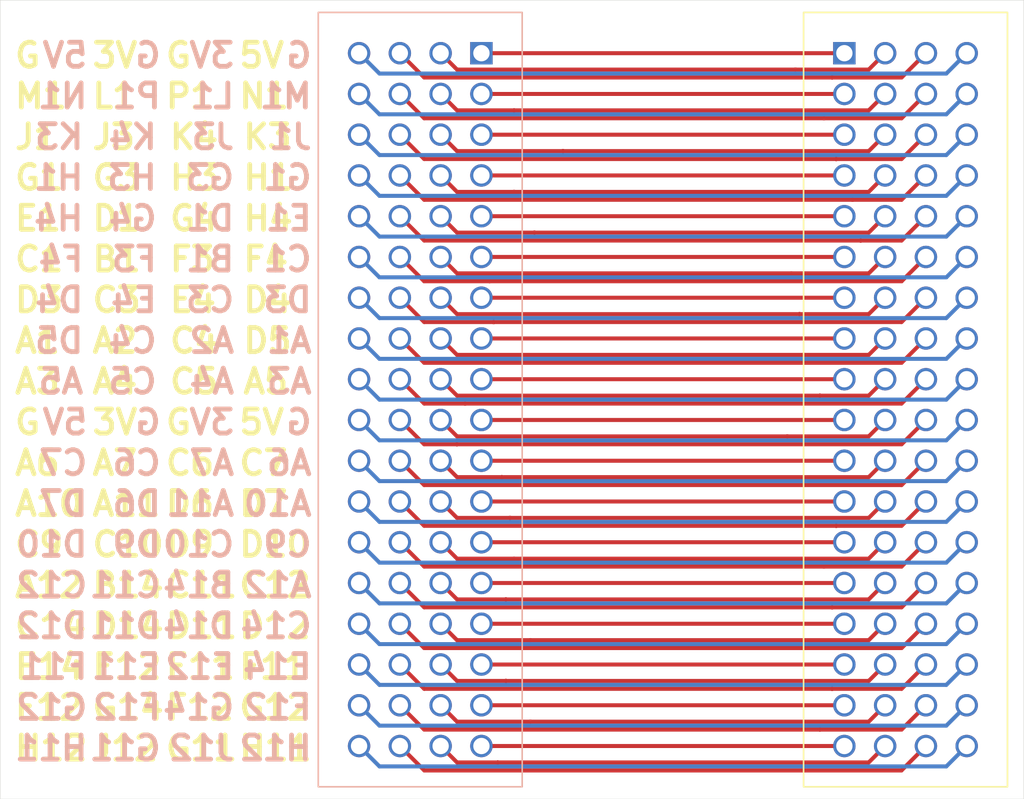
<source format=kicad_pcb>
(kicad_pcb (version 20221018) (generator pcbnew)
  (layers (0 "F.Cu" signal) (31 "B.Cu" signal) (34 "B.Paste" user) (35 "F.Paste" user) (36 "B.SilkS" user "B.Silkscreen") (37 "F.SilkS" user "F.Silkscreen") (38 "B.Mask" user) (39 "F.Mask" user) (44 "Edge.Cuts" user))
  (net 0 "")
  (net 1 "A1")
  (net 2 "B1")
  (net 3 "C1")
  (net 4 "D1")
  (net 5 "A2")
  (net 6 "B2")
  (net 7 "C2")
  (net 8 "D2")
  (net 9 "A3")
  (net 10 "B3")
  (net 11 "C3")
  (net 12 "D3")
  (net 13 "A4")
  (net 14 "B4")
  (net 15 "C4")
  (net 16 "D4")
  (net 17 "A5")
  (net 18 "B5")
  (net 19 "C5")
  (net 20 "D5")
  (net 21 "A6")
  (net 22 "B6")
  (net 23 "C6")
  (net 24 "D6")
  (net 25 "A7")
  (net 26 "B7")
  (net 27 "C7")
  (net 28 "D7")
  (net 29 "A8")
  (net 30 "B8")
  (net 31 "C8")
  (net 32 "D8")
  (net 33 "A9")
  (net 34 "B9")
  (net 35 "C9")
  (net 36 "D9")
  (net 37 "A10")
  (net 38 "B10")
  (net 39 "C10")
  (net 40 "D10")
  (net 41 "A11")
  (net 42 "B11")
  (net 43 "C11")
  (net 44 "D11")
  (net 45 "A12")
  (net 46 "B12")
  (net 47 "C12")
  (net 48 "D12")
  (net 49 "A13")
  (net 50 "B13")
  (net 51 "C13")
  (net 52 "D13")
  (net 53 "A14")
  (net 54 "B14")
  (net 55 "C14")
  (net 56 "D14")
  (net 57 "A15")
  (net 58 "B15")
  (net 59 "C15")
  (net 60 "D15")
  (net 61 "A16")
  (net 62 "B16")
  (net 63 "C16")
  (net 64 "D16")
  (net 65 "A17")
  (net 66 "B17")
  (net 67 "C17")
  (net 68 "D17")
  (net 69 "A18")
  (net 70 "B18")
  (net 71 "C18")
  (net 72 "D18")
  (footprint "POKEY_Footprints:Proto-72Pin" (layer "F.Cu") (at 156.972 77.216)
    (fp_text reference "J2" hide)
    (fp_text value "~" hide)
  )
  (footprint "POKEY_Footprints:Proto-72Pin" (layer "B.Cu") (at 126.746 77.216 180)
    (fp_text reference "J1" hide)
    (fp_text value "~" hide)
  )
  (gr_rect (start 100.584 52.324) (end 164.338 102.108) (stroke (width 0.0254)) (fill none) (layer "Edge.Cuts"))
  (gr_text "G" (at 120.142 56.642) (layer "B.SilkS") (effects (font (size 1.5 1.5) (thickness 0.3) bold) (justify left bottom mirror)))
  (gr_text "A7" (at 115.316 82.042) (layer "B.SilkS") (effects (font (size 1.5 1.5) (thickness 0.3) bold) (justify left bottom mirror)))
  (gr_text "G3" (at 115.316 64.262) (layer "B.SilkS") (effects (font (size 1.5 1.5) (thickness 0.3) bold) (justify left bottom mirror)))
  (gr_text "G" (at 110.744 79.502) (layer "B.SilkS") (effects (font (size 1.5 1.5) (thickness 0.3) bold) (justify left bottom mirror)))
  (gr_text "C12" (at 106.172 89.662) (layer "B.SilkS") (effects (font (size 1.5 1.5) (thickness 0.3) bold) (justify left bottom mirror)))
  (gr_text "A10" (at 120.142 84.582) (layer "B.SilkS") (effects (font (size 1.5 1.5) (thickness 0.3) bold) (justify left bottom mirror)))
  (gr_text "G" (at 120.142 79.502) (layer "B.SilkS") (effects (font (size 1.5 1.5) (thickness 0.3) bold) (justify left bottom mirror)))
  (gr_text "D9" (at 110.744 87.122) (layer "B.SilkS") (effects (font (size 1.5 1.5) (thickness 0.3) bold) (justify left bottom mirror)))
  (gr_text "G14" (at 115.316 97.282) (layer "B.SilkS") (effects (font (size 1.5 1.5) (thickness 0.3) bold) (justify left bottom mirror)))
  (gr_text "J1" (at 120.142 61.722) (layer "B.SilkS") (effects (font (size 1.5 1.5) (thickness 0.3) bold) (justify left bottom mirror)))
  (gr_text "D3" (at 120.142 71.882) (layer "B.SilkS") (effects (font (size 1.5 1.5) (thickness 0.3) bold) (justify left bottom mirror)))
  (gr_text "F3" (at 110.49 69.342) (layer "B.SilkS") (effects (font (size 1.5 1.5) (thickness 0.3) bold) (justify left bottom mirror)))
  (gr_text "C10" (at 115.316 87.122) (layer "B.SilkS") (effects (font (size 1.5 1.5) (thickness 0.3) bold) (justify left bottom mirror)))
  (gr_text "H11" (at 106.172 99.822) (layer "B.SilkS") (effects (font (size 1.5 1.5) (thickness 0.3) bold) (justify left bottom mirror)))
  (gr_text "D10" (at 106.172 87.122) (layer "B.SilkS") (effects (font (size 1.5 1.5) (thickness 0.3) bold) (justify left bottom mirror)))
  (gr_text "H1" (at 105.918 64.262) (layer "B.SilkS") (effects (font (size 1.5 1.5) (thickness 0.3) bold) (justify left bottom mirror)))
  (gr_text "D4" (at 105.918 71.882) (layer "B.SilkS") (effects (font (size 1.5 1.5) (thickness 0.3) bold) (justify left bottom mirror)))
  (gr_text "D11" (at 110.744 92.202) (layer "B.SilkS") (effects (font (size 1.5 1.5) (thickness 0.3) bold) (justify left bottom mirror)))
  (gr_text "J3" (at 115.316 61.722) (layer "B.SilkS") (effects (font (size 1.5 1.5) (thickness 0.3) bold) (justify left bottom mirror)))
  (gr_text "F12" (at 120.142 97.282) (layer "B.SilkS") (effects (font (size 1.5 1.5) (thickness 0.3) bold) (justify left bottom mirror)))
  (gr_text "P1" (at 110.744 59.182) (layer "B.SilkS") (effects (font (size 1.5 1.5) (thickness 0.3) bold) (justify left bottom mirror)))
  (gr_text "K3" (at 105.918 61.722) (layer "B.SilkS") (effects (font (size 1.5 1.5) (thickness 0.3) bold) (justify left bottom mirror)))
  (gr_text "N1" (at 106.172 59.182) (layer "B.SilkS") (effects (font (size 1.5 1.5) (thickness 0.3) bold) (justify left bottom mirror)))
  (gr_text "A2" (at 115.316 74.422) (layer "B.SilkS") (effects (font (size 1.5 1.5) (thickness 0.3) bold) (justify left bottom mirror)))
  (gr_text "D6" (at 110.744 84.582) (layer "B.SilkS") (effects (font (size 1.5 1.5) (thickness 0.3) bold) (justify left bottom mirror)))
  (gr_text "C9" (at 120.142 87.122) (layer "B.SilkS") (effects (font (size 1.5 1.5) (thickness 0.3) bold) (justify left bottom mirror)))
  (gr_text "C6" (at 110.744 82.042) (layer "B.SilkS") (effects (font (size 1.5 1.5) (thickness 0.3) bold) (justify left bottom mirror)))
  (gr_text "C5" (at 110.49 76.962) (layer "B.SilkS") (effects (font (size 1.5 1.5) (thickness 0.3) bold) (justify left bottom mirror)))
  (gr_text "D12" (at 106.172 92.202) (layer "B.SilkS") (effects (font (size 1.5 1.5) (thickness 0.3) bold) (justify left bottom mirror)))
  (gr_text "F11" (at 106.172 94.742) (layer "B.SilkS") (effects (font (size 1.5 1.5) (thickness 0.3) bold) (justify left bottom mirror)))
  (gr_text "H3" (at 110.49 64.262) (layer "B.SilkS") (effects (font (size 1.5 1.5) (thickness 0.3) bold) (justify left bottom mirror)))
  (gr_text "C4" (at 110.49 74.422) (layer "B.SilkS") (effects (font (size 1.5 1.5) (thickness 0.3) bold) (justify left bottom mirror)))
  (gr_text "E14" (at 120.142 94.742) (layer "B.SilkS") (effects (font (size 1.5 1.5) (thickness 0.3) bold) (justify left bottom mirror)))
  (gr_text "C3" (at 115.316 71.882) (layer "B.SilkS") (effects (font (size 1.5 1.5) (thickness 0.3) bold) (justify left bottom mirror)))
  (gr_text "G11" (at 110.744 99.822) (layer "B.SilkS") (effects (font (size 1.5 1.5) (thickness 0.3) bold) (justify left bottom mirror)))
  (gr_text "5V" (at 106.172 56.642) (layer "B.SilkS") (effects (font (size 1.5 1.5) (thickness 0.3) bold) (justify left bottom mirror)))
  (gr_text "G" (at 110.744 56.642) (layer "B.SilkS") (effects (font (size 1.5 1.5) (thickness 0.3) bold) (justify left bottom mirror)))
  (gr_text "L1" (at 115.316 59.182) (layer "B.SilkS") (effects (font (size 1.5 1.5) (thickness 0.3) bold) (justify left bottom mirror)))
  (gr_text "B1" (at 115.316 69.342) (layer "B.SilkS") (effects (font (size 1.5 1.5) (thickness 0.3) bold) (justify left bottom mirror)))
  (gr_text "A5" (at 105.918 76.962) (layer "B.SilkS") (effects (font (size 1.5 1.5) (thickness 0.3) bold) (justify left bottom mirror)))
  (gr_text "B14" (at 115.316 89.662) (layer "B.SilkS") (effects (font (size 1.5 1.5) (thickness 0.3) bold) (justify left bottom mirror)))
  (gr_text "A1" (at 120.142 74.422) (layer "B.SilkS") (effects (font (size 1.5 1.5) (thickness 0.3) bold) (justify left bottom mirror)))
  (gr_text "A6" (at 120.142 82.042) (layer "B.SilkS") (effects (font (size 1.5 1.5) (thickness 0.3) bold) (justify left bottom mirror)))
  (gr_text "D5" (at 105.918 74.422) (layer "B.SilkS") (effects (font (size 1.5 1.5) (thickness 0.3) bold) (justify left bottom mirror)))
  (gr_text "F12" (at 110.744 97.282) (layer "B.SilkS") (effects (font (size 1.5 1.5) (thickness 0.3) bold) (justify left bottom mirror)))
  (gr_text "D1" (at 115.316 66.802) (layer "B.SilkS") (effects (font (size 1.5 1.5) (thickness 0.3) bold) (justify left bottom mirror)))
  (gr_text "A3" (at 120.142 76.962) (layer "B.SilkS") (effects (font (size 1.5 1.5) (thickness 0.3) bold) (justify left bottom mirror)))
  (gr_text "E11" (at 110.744 94.742) (layer "B.SilkS") (effects (font (size 1.5 1.5) (thickness 0.3) bold) (justify left bottom mirror)))
  (gr_text "C1" (at 120.142 69.342) (layer "B.SilkS") (effects (font (size 1.5 1.5) (thickness 0.3) bold) (justify left bottom mirror)))
  (gr_text "A4" (at 115.316 76.962) (layer "B.SilkS") (effects (font (size 1.5 1.5) (thickness 0.3) bold) (justify left bottom mirror)))
  (gr_text "D14" (at 115.316 92.202) (layer "B.SilkS") (effects (font (size 1.5 1.5) (thickness 0.3) bold) (justify left bottom mirror)))
  (gr_text "C14" (at 120.142 92.202) (layer "B.SilkS") (effects (font (size 1.5 1.5) (thickness 0.3) bold) (justify left bottom mirror)))
  (gr_text "3V" (at 115.316 56.642) (layer "B.SilkS") (effects (font (size 1.5 1.5) (thickness 0.3) bold) (justify left bottom mirror)))
  (gr_text "H4" (at 105.918 66.802) (layer "B.SilkS") (effects (font (size 1.5 1.5) (thickness 0.3) bold) (justify left bottom mirror)))
  (gr_text "G12" (at 106.172 97.282) (layer "B.SilkS") (effects (font (size 1.5 1.5) (thickness 0.3) bold) (justify left bottom mirror)))
  (gr_text "D7" (at 106.172 84.582) (layer "B.SilkS") (effects (font (size 1.5 1.5) (thickness 0.3) bold) (justify left bottom mirror)))
  (gr_text "E12" (at 115.316 94.742) (layer "B.SilkS") (effects (font (size 1.5 1.5) (thickness 0.3) bold) (justify left bottom mirror)))
  (gr_text "A11" (at 115.316 84.582) (layer "B.SilkS") (effects (font (size 1.5 1.5) (thickness 0.3) bold) (justify left bottom mirror)))
  (gr_text "M1" (at 120.142 59.182) (layer "B.SilkS") (effects (font (size 1.5 1.5) (thickness 0.3) bold) (justify left bottom mirror)))
  (gr_text "3V" (at 115.316 79.502) (layer "B.SilkS") (effects (font (size 1.5 1.5) (thickness 0.3) bold) (justify left bottom mirror)))
  (gr_text "E4" (at 110.49 71.882) (layer "B.SilkS") (effects (font (size 1.5 1.5) (thickness 0.3) bold) (justify left bottom mirror)))
  (gr_text "A12" (at 120.142 89.662) (layer "B.SilkS") (effects (font (size 1.5 1.5) (thickness 0.3) bold) (justify left bottom mirror)))
  (gr_text "5V" (at 106.172 79.502) (layer "B.SilkS") (effects (font (size 1.5 1.5) (thickness 0.3) bold) (justify left bottom mirror)))
  (gr_text "G4" (at 110.49 66.802) (layer "B.SilkS") (effects (font (size 1.5 1.5) (thickness 0.3) bold) (justify left bottom mirror)))
  (gr_text "H12" (at 120.142 99.822) (layer "B.SilkS") (effects (font (size 1.5 1.5) (thickness 0.3) bold) (justify left bottom mirror)))
  (gr_text "J12" (at 115.316 99.822) (layer "B.SilkS") (effects (font (size 1.5 1.5) (thickness 0.3) bold) (justify left bottom mirror)))
  (gr_text "E1" (at 120.142 66.802) (layer "B.SilkS") (effects (font (size 1.5 1.5) (thickness 0.3) bold) (justify left bottom mirror)))
  (gr_text "C11" (at 110.744 89.662) (layer "B.SilkS") (effects (font (size 1.5 1.5) (thickness 0.3) bold) (justify left bottom mirror)))
  (gr_text "G1" (at 120.142 64.262) (layer "B.SilkS") (effects (font (size 1.5 1.5) (thickness 0.3) bold) (justify left bottom mirror)))
  (gr_text "K4" (at 110.49 61.722) (layer "B.SilkS") (effects (font (size 1.5 1.5) (thickness 0.3) bold) (justify left bottom mirror)))
  (gr_text "F4" (at 105.918 69.342) (layer "B.SilkS") (effects (font (size 1.5 1.5) (thickness 0.3) bold) (justify left bottom mirror)))
  (gr_text "C7" (at 106.172 82.042) (layer "B.SilkS") (effects (font (size 1.5 1.5) (thickness 0.3) bold) (justify left bottom mirror)))
  (gr_text "G12" (at 115.316 97.282) (layer "F.SilkS") (effects (font (size 1.5 1.5) (thickness 0.3) bold) (justify left bottom)))
  (gr_text "A1" (at 101.346 74.422) (layer "F.SilkS") (effects (font (size 1.5 1.5) (thickness 0.3) bold) (justify left bottom)))
  (gr_text "A6" (at 101.346 82.042) (layer "F.SilkS") (effects (font (size 1.5 1.5) (thickness 0.3) bold) (justify left bottom)))
  (gr_text "N1" (at 115.316 59.182) (layer "F.SilkS") (effects (font (size 1.5 1.5) (thickness 0.3) bold) (justify left bottom)))
  (gr_text "F11" (at 115.316 94.742) (layer "F.SilkS") (effects (font (size 1.5 1.5) (thickness 0.3) bold) (justify left bottom)))
  (gr_text "A12" (at 101.346 89.662) (layer "F.SilkS") (effects (font (size 1.5 1.5) (thickness 0.3) bold) (justify left bottom)))
  (gr_text "H12" (at 101.346 99.822) (layer "F.SilkS") (effects (font (size 1.5 1.5) (thickness 0.3) bold) (justify left bottom)))
  (gr_text "G" (at 110.744 56.642) (layer "F.SilkS") (effects (font (size 1.5 1.5) (thickness 0.3) bold) (justify left bottom)))
  (gr_text "B14" (at 106.172 89.662) (layer "F.SilkS") (effects (font (size 1.5 1.5) (thickness 0.3) bold) (justify left bottom)))
  (gr_text "H3" (at 110.998 64.262) (layer "F.SilkS") (effects (font (size 1.5 1.5) (thickness 0.3) bold) (justify left bottom)))
  (gr_text "5V" (at 115.316 79.502) (layer "F.SilkS") (effects (font (size 1.5 1.5) (thickness 0.3) bold) (justify left bottom)))
  (gr_text "D5" (at 115.57 74.422) (layer "F.SilkS") (effects (font (size 1.5 1.5) (thickness 0.3) bold) (justify left bottom)))
  (gr_text "C5" (at 110.998 76.962) (layer "F.SilkS") (effects (font (size 1.5 1.5) (thickness 0.3) bold) (justify left bottom)))
  (gr_text "D14" (at 106.172 92.202) (layer "F.SilkS") (effects (font (size 1.5 1.5) (thickness 0.3) bold) (justify left bottom)))
  (gr_text "B1" (at 106.172 69.342) (layer "F.SilkS") (effects (font (size 1.5 1.5) (thickness 0.3) bold) (justify left bottom)))
  (gr_text "E1" (at 101.346 66.802) (layer "F.SilkS") (effects (font (size 1.5 1.5) (thickness 0.3) bold) (justify left bottom)))
  (gr_text "G11" (at 110.744 99.822) (layer "F.SilkS") (effects (font (size 1.5 1.5) (thickness 0.3) bold) (justify left bottom)))
  (gr_text "D10" (at 115.316 87.122) (layer "F.SilkS") (effects (font (size 1.5 1.5) (thickness 0.3) bold) (justify left bottom)))
  (gr_text "3V" (at 106.172 56.642) (layer "F.SilkS") (effects (font (size 1.5 1.5) (thickness 0.3) bold) (justify left bottom)))
  (gr_text "C6" (at 110.744 82.042) (layer "F.SilkS") (effects (font (size 1.5 1.5) (thickness 0.3) bold) (justify left bottom)))
  (gr_text "C9" (at 101.346 87.122) (layer "F.SilkS") (effects (font (size 1.5 1.5) (thickness 0.3) bold) (justify left bottom)))
  (gr_text "H11" (at 115.316 99.822) (layer "F.SilkS") (effects (font (size 1.5 1.5) (thickness 0.3) bold) (justify left bottom)))
  (gr_text "G4" (at 110.998 66.802) (layer "F.SilkS") (effects (font (size 1.5 1.5) (thickness 0.3) bold) (justify left bottom)))
  (gr_text "M1" (at 101.346 59.182) (layer "F.SilkS") (effects (font (size 1.5 1.5) (thickness 0.3) bold) (justify left bottom)))
  (gr_text "A7" (at 106.172 82.042) (layer "F.SilkS") (effects (font (size 1.5 1.5) (thickness 0.3) bold) (justify left bottom)))
  (gr_text "L1" (at 106.172 59.182) (layer "F.SilkS") (effects (font (size 1.5 1.5) (thickness 0.3) bold) (justify left bottom)))
  (gr_text "F3" (at 110.998 69.342) (layer "F.SilkS") (effects (font (size 1.5 1.5) (thickness 0.3) bold) (justify left bottom)))
  (gr_text "D9" (at 110.744 87.122) (layer "F.SilkS") (effects (font (size 1.5 1.5) (thickness 0.3) bold) (justify left bottom)))
  (gr_text "D4" (at 115.57 71.882) (layer "F.SilkS") (effects (font (size 1.5 1.5) (thickness 0.3) bold) (justify left bottom)))
  (gr_text "G" (at 101.346 56.642) (layer "F.SilkS") (effects (font (size 1.5 1.5) (thickness 0.3) bold) (justify left bottom)))
  (gr_text "H4" (at 115.57 66.802) (layer "F.SilkS") (effects (font (size 1.5 1.5) (thickness 0.3) bold) (justify left bottom)))
  (gr_text "K3" (at 115.57 61.722) (layer "F.SilkS") (effects (font (size 1.5 1.5) (thickness 0.3) bold) (justify left bottom)))
  (gr_text "D1" (at 106.172 66.802) (layer "F.SilkS") (effects (font (size 1.5 1.5) (thickness 0.3) bold) (justify left bottom)))
  (gr_text "C4" (at 110.998 74.422) (layer "F.SilkS") (effects (font (size 1.5 1.5) (thickness 0.3) bold) (justify left bottom)))
  (gr_text "G3" (at 106.172 64.262) (layer "F.SilkS") (effects (font (size 1.5 1.5) (thickness 0.3) bold) (justify left bottom)))
  (gr_text "K4" (at 110.998 61.722) (layer "F.SilkS") (effects (font (size 1.5 1.5) (thickness 0.3) bold) (justify left bottom)))
  (gr_text "A2" (at 106.172 74.422) (layer "F.SilkS") (effects (font (size 1.5 1.5) (thickness 0.3) bold) (justify left bottom)))
  (gr_text "J1" (at 101.346 61.722) (layer "F.SilkS") (effects (font (size 1.5 1.5) (thickness 0.3) bold) (justify left bottom)))
  (gr_text "D11" (at 110.744 92.202) (layer "F.SilkS") (effects (font (size 1.5 1.5) (thickness 0.3) bold) (justify left bottom)))
  (gr_text "A5" (at 115.57 76.962) (layer "F.SilkS") (effects (font (size 1.5 1.5) (thickness 0.3) bold) (justify left bottom)))
  (gr_text "F12" (at 110.744 97.282) (layer "F.SilkS") (effects (font (size 1.5 1.5) (thickness 0.3) bold) (justify left bottom)))
  (gr_text "C10" (at 106.172 87.122) (layer "F.SilkS") (effects (font (size 1.5 1.5) (thickness 0.3) bold) (justify left bottom)))
  (gr_text "C14" (at 101.346 92.202) (layer "F.SilkS") (effects (font (size 1.5 1.5) (thickness 0.3) bold) (justify left bottom)))
  (gr_text "A10" (at 101.346 84.582) (layer "F.SilkS") (effects (font (size 1.5 1.5) (thickness 0.3) bold) (justify left bottom)))
  (gr_text "D3" (at 101.346 71.882) (layer "F.SilkS") (effects (font (size 1.5 1.5) (thickness 0.3) bold) (justify left bottom)))
  (gr_text "C7" (at 115.316 82.042) (layer "F.SilkS") (effects (font (size 1.5 1.5) (thickness 0.3) bold) (justify left bottom)))
  (gr_text "D7" (at 115.316 84.582) (layer "F.SilkS") (effects (font (size 1.5 1.5) (thickness 0.3) bold) (justify left bottom)))
  (gr_text "G1" (at 101.346 64.262) (layer "F.SilkS") (effects (font (size 1.5 1.5) (thickness 0.3) bold) (justify left bottom)))
  (gr_text "E4" (at 110.998 71.882) (layer "F.SilkS") (effects (font (size 1.5 1.5) (thickness 0.3) bold) (justify left bottom)))
  (gr_text "F12" (at 101.346 97.282) (layer "F.SilkS") (effects (font (size 1.5 1.5) (thickness 0.3) bold) (justify left bottom)))
  (gr_text "A4" (at 106.172 76.962) (layer "F.SilkS") (effects (font (size 1.5 1.5) (thickness 0.3) bold) (justify left bottom)))
  (gr_text "A11" (at 106.172 84.582) (layer "F.SilkS") (effects (font (size 1.5 1.5) (thickness 0.3) bold) (justify left bottom)))
  (gr_text "D6" (at 110.744 84.582) (layer "F.SilkS") (effects (font (size 1.5 1.5) (thickness 0.3) bold) (justify left bottom)))
  (gr_text "G" (at 110.744 79.502) (layer "F.SilkS") (effects (font (size 1.5 1.5) (thickness 0.3) bold) (justify left bottom)))
  (gr_text "C11" (at 110.744 89.662) (layer "F.SilkS") (effects (font (size 1.5 1.5) (thickness 0.3) bold) (justify left bottom)))
  (gr_text "5V" (at 115.316 56.642) (layer "F.SilkS") (effects (font (size 1.5 1.5) (thickness 0.3) bold) (justify left bottom)))
  (gr_text "G" (at 101.346 79.502) (layer "F.SilkS") (effects (font (size 1.5 1.5) (thickness 0.3) bold) (justify left bottom)))
  (gr_text "G14" (at 106.172 97.282) (layer "F.SilkS") (effects (font (size 1.5 1.5) (thickness 0.3) bold) (justify left bottom)))
  (gr_text "A3" (at 101.346 76.962) (layer "F.SilkS") (effects (font (size 1.5 1.5) (thickness 0.3) bold) (justify left bottom)))
  (gr_text "C3" (at 106.172 71.882) (layer "F.SilkS") (effects (font (size 1.5 1.5) (thickness 0.3) bold) (justify left bottom)))
  (gr_text "E11" (at 110.744 94.742) (layer "F.SilkS") (effects (font (size 1.5 1.5) (thickness 0.3) bold) (justify left bottom)))
  (gr_text "J3" (at 106.172 61.722) (layer "F.SilkS") (effects (font (size 1.5 1.5) (thickness 0.3) bold) (justify left bottom)))
  (gr_text "F4" (at 115.57 69.342) (layer "F.SilkS") (effects (font (size 1.5 1.5) (thickness 0.3) bold) (justify left bottom)))
  (gr_text "C1" (at 101.346 69.342) (layer "F.SilkS") (effects (font (size 1.5 1.5) (thickness 0.3) bold) (justify left bottom)))
  (gr_text "C12" (at 115.316 89.662) (layer "F.SilkS") (effects (font (size 1.5 1.5) (thickness 0.3) bold) (justify left bottom)))
  (gr_text "J12" (at 106.172 99.822) (layer "F.SilkS") (effects (font (size 1.5 1.5) (thickness 0.3) bold) (justify left bottom)))
  (gr_text "P1" (at 110.744 59.182) (layer "F.SilkS") (effects (font (size 1.5 1.5) (thickness 0.3) bold) (justify left bottom)))
  (gr_text "D12" (at 115.316 92.202) (layer "F.SilkS") (effects (font (size 1.5 1.5) (thickness 0.3) bold) (justify left bottom)))
  (gr_text "E14" (at 101.346 94.742) (layer "F.SilkS") (effects (font (size 1.5 1.5) (thickness 0.3) bold) (justify left bottom)))
  (gr_text "3V" (at 106.172 79.502) (layer "F.SilkS") (effects (font (size 1.5 1.5) (thickness 0.3) bold) (justify left bottom)))
  (gr_text "E12" (at 106.172 94.742) (layer "F.SilkS") (effects (font (size 1.5 1.5) (thickness 0.3) bold) (justify left bottom)))
  (gr_text "H1" (at 115.57 64.262) (layer "F.SilkS") (effects (font (size 1.5 1.5) (thickness 0.3) bold) (justify left bottom)))
  (segment (start 153.162 55.626) (end 130.556 55.626) (width 0.25) (layer "F.Cu") (net 1))
  (segment (start 155.702 55.626) (end 154.6785 56.6495) (width 0.25) (layer "F.Cu") (net 2))
  (segment (start 154.6785 56.6495) (end 150.1215 56.6495) (width 0.25) (layer "F.Cu") (net 2))
  (segment (start 150.1215 56.6495) (end 150.114 56.642) (width 0.25) (layer "F.Cu") (net 2))
  (segment (start 150.1065 56.6495) (end 129.0395 56.6495) (width 0.25) (layer "F.Cu") (net 2))
  (segment (start 129.0395 56.6495) (end 128.016 55.626) (width 0.25) (layer "F.Cu") (net 2))
  (segment (start 150.114 56.642) (end 150.1065 56.6495) (width 0.25) (layer "F.Cu") (net 2))
  (segment (start 152.3925 57.1425) (end 126.9925 57.1425) (width 0.25) (layer "F.Cu") (net 3))
  (segment (start 158.242 55.626) (end 156.7255 57.1425) (width 0.25) (layer "F.Cu") (net 3))
  (segment (start 152.4 57.15) (end 152.3925 57.1425) (width 0.25) (layer "F.Cu") (net 3))
  (segment (start 152.4075 57.1425) (end 152.4 57.15) (width 0.25) (layer "F.Cu") (net 3))
  (segment (start 156.7255 57.1425) (end 152.4075 57.1425) (width 0.25) (layer "F.Cu") (net 3))
  (segment (start 126.9925 57.1425) (end 125.476 55.626) (width 0.25) (layer "F.Cu") (net 3))
  (segment (start 160.782 55.626) (end 159.512 56.896) (width 0.25) (layer "B.Cu") (net 4))
  (segment (start 159.512 56.896) (end 124.206 56.896) (width 0.25) (layer "B.Cu") (net 4))
  (segment (start 124.206 56.896) (end 122.936 55.626) (width 0.25) (layer "B.Cu") (net 4))
  (segment (start 130.556 58.166) (end 153.162 58.166) (width 0.25) (layer "F.Cu") (net 5))
  (segment (start 132.5805 59.1895) (end 132.588 59.182) (width 0.25) (layer "F.Cu") (net 6))
  (segment (start 154.6785 59.1895) (end 155.702 58.166) (width 0.25) (layer "F.Cu") (net 6))
  (segment (start 128.016 58.166) (end 129.0395 59.1895) (width 0.25) (layer "F.Cu") (net 6))
  (segment (start 129.0395 59.1895) (end 132.5805 59.1895) (width 0.25) (layer "F.Cu") (net 6))
  (segment (start 132.588 59.182) (end 132.5955 59.1895) (width 0.25) (layer "F.Cu") (net 6))
  (segment (start 132.5955 59.1895) (end 154.6785 59.1895) (width 0.25) (layer "F.Cu") (net 6))
  (segment (start 158.242 58.166) (end 156.7255 59.6825) (width 0.25) (layer "F.Cu") (net 7))
  (segment (start 151.8845 59.6825) (end 126.9925 59.6825) (width 0.25) (layer "F.Cu") (net 7))
  (segment (start 151.892 59.69) (end 151.8845 59.6825) (width 0.25) (layer "F.Cu") (net 7))
  (segment (start 126.9925 59.6825) (end 125.476 58.166) (width 0.25) (layer "F.Cu") (net 7))
  (segment (start 151.8995 59.6825) (end 151.892 59.69) (width 0.25) (layer "F.Cu") (net 7))
  (segment (start 156.7255 59.6825) (end 151.8995 59.6825) (width 0.25) (layer "F.Cu") (net 7))
  (segment (start 159.512 59.436) (end 160.782 58.166) (width 0.25) (layer "B.Cu") (net 8))
  (segment (start 124.206 59.436) (end 159.512 59.436) (width 0.25) (layer "B.Cu") (net 8))
  (segment (start 122.936 58.166) (end 124.206 59.436) (width 0.25) (layer "B.Cu") (net 8))
  (segment (start 153.162 60.706) (end 130.556 60.706) (width 0.25) (layer "F.Cu") (net 9))
  (segment (start 129.0395 61.7295) (end 135.6285 61.7295) (width 0.25) (layer "F.Cu") (net 10))
  (segment (start 135.6435 61.7295) (end 154.6785 61.7295) (width 0.25) (layer "F.Cu") (net 10))
  (segment (start 135.6285 61.7295) (end 135.636 61.722) (width 0.25) (layer "F.Cu") (net 10))
  (segment (start 154.6785 61.7295) (end 155.702 60.706) (width 0.25) (layer "F.Cu") (net 10))
  (segment (start 135.636 61.722) (end 135.6435 61.7295) (width 0.25) (layer "F.Cu") (net 10))
  (segment (start 128.016 60.706) (end 129.0395 61.7295) (width 0.25) (layer "F.Cu") (net 10))
  (segment (start 156.7255 62.2225) (end 152.6615 62.2225) (width 0.25) (layer "F.Cu") (net 11))
  (segment (start 126.9925 62.2225) (end 125.476 60.706) (width 0.25) (layer "F.Cu") (net 11))
  (segment (start 152.6465 62.2225) (end 126.9925 62.2225) (width 0.25) (layer "F.Cu") (net 11))
  (segment (start 158.242 60.706) (end 156.7255 62.2225) (width 0.25) (layer "F.Cu") (net 11))
  (segment (start 152.6615 62.2225) (end 152.654 62.23) (width 0.25) (layer "F.Cu") (net 11))
  (segment (start 152.654 62.23) (end 152.6465 62.2225) (width 0.25) (layer "F.Cu") (net 11))
  (segment (start 124.206 61.976) (end 122.936 60.706) (width 0.25) (layer "B.Cu") (net 12))
  (segment (start 160.782 60.706) (end 159.512 61.976) (width 0.25) (layer "B.Cu") (net 12))
  (segment (start 159.512 61.976) (end 124.206 61.976) (width 0.25) (layer "B.Cu") (net 12))
  (segment (start 153.162 63.246) (end 130.556 63.246) (width 0.25) (layer "F.Cu") (net 13))
  (segment (start 132.5955 64.2695) (end 154.6785 64.2695) (width 0.25) (layer "F.Cu") (net 14))
  (segment (start 132.5805 64.2695) (end 132.588 64.262) (width 0.25) (layer "F.Cu") (net 14))
  (segment (start 132.588 64.262) (end 132.5955 64.2695) (width 0.25) (layer "F.Cu") (net 14))
  (segment (start 128.016 63.246) (end 129.0395 64.2695) (width 0.25) (layer "F.Cu") (net 14))
  (segment (start 129.0395 64.2695) (end 132.5805 64.2695) (width 0.25) (layer "F.Cu") (net 14))
  (segment (start 154.6785 64.2695) (end 155.702 63.246) (width 0.25) (layer "F.Cu") (net 14))
  (segment (start 153.6625 64.7625) (end 126.9925 64.7625) (width 0.25) (layer "F.Cu") (net 15))
  (segment (start 158.242 63.246) (end 156.7255 64.7625) (width 0.25) (layer "F.Cu") (net 15))
  (segment (start 126.9925 64.7625) (end 125.476 63.246) (width 0.25) (layer "F.Cu") (net 15))
  (segment (start 153.67 64.77) (end 153.6625 64.7625) (width 0.25) (layer "F.Cu") (net 15))
  (segment (start 156.7255 64.7625) (end 153.6775 64.7625) (width 0.25) (layer "F.Cu") (net 15))
  (segment (start 153.6775 64.7625) (end 153.67 64.77) (width 0.25) (layer "F.Cu") (net 15))
  (segment (start 159.512 64.516) (end 160.782 63.246) (width 0.25) (layer "B.Cu") (net 16))
  (segment (start 124.206 64.516) (end 159.512 64.516) (width 0.25) (layer "B.Cu") (net 16))
  (segment (start 122.936 63.246) (end 124.206 64.516) (width 0.25) (layer "B.Cu") (net 16))
  (segment (start 130.556 65.786) (end 153.162 65.786) (width 0.25) (layer "F.Cu") (net 17))
  (segment (start 133.8505 66.8095) (end 133.858 66.802) (width 0.25) (layer "F.Cu") (net 18))
  (segment (start 129.0395 66.8095) (end 133.8505 66.8095) (width 0.25) (layer "F.Cu") (net 18))
  (segment (start 154.6785 66.8095) (end 155.702 65.786) (width 0.25) (layer "F.Cu") (net 18))
  (segment (start 133.8655 66.8095) (end 154.6785 66.8095) (width 0.25) (layer "F.Cu") (net 18))
  (segment (start 128.016 65.786) (end 129.0395 66.8095) (width 0.25) (layer "F.Cu") (net 18))
  (segment (start 133.858 66.802) (end 133.8655 66.8095) (width 0.25) (layer "F.Cu") (net 18))
  (segment (start 154.178 67.31) (end 154.1705 67.3025) (width 0.25) (layer "F.Cu") (net 19))
  (segment (start 154.1705 67.3025) (end 126.9925 67.3025) (width 0.25) (layer "F.Cu") (net 19))
  (segment (start 156.7255 67.3025) (end 154.1855 67.3025) (width 0.25) (layer "F.Cu") (net 19))
  (segment (start 158.242 65.786) (end 156.7255 67.3025) (width 0.25) (layer "F.Cu") (net 19))
  (segment (start 154.1855 67.3025) (end 154.178 67.31) (width 0.25) (layer "F.Cu") (net 19))
  (segment (start 126.9925 67.3025) (end 125.476 65.786) (width 0.25) (layer "F.Cu") (net 19))
  (segment (start 159.512 67.056) (end 124.206 67.056) (width 0.25) (layer "B.Cu") (net 20))
  (segment (start 124.206 67.056) (end 122.936 65.786) (width 0.25) (layer "B.Cu") (net 20))
  (segment (start 160.782 65.786) (end 159.512 67.056) (width 0.25) (layer "B.Cu") (net 20))
  (segment (start 153.162 68.326) (end 130.556 68.326) (width 0.25) (layer "F.Cu") (net 21))
  (segment (start 149.8675 69.3495) (end 149.86 69.342) (width 0.25) (layer "F.Cu") (net 22))
  (segment (start 129.0395 69.3495) (end 128.016 68.326) (width 0.25) (layer "F.Cu") (net 22))
  (segment (start 155.702 68.326) (end 154.6785 69.3495) (width 0.25) (layer "F.Cu") (net 22))
  (segment (start 149.8525 69.3495) (end 129.0395 69.3495) (width 0.25) (layer "F.Cu") (net 22))
  (segment (start 149.86 69.342) (end 149.8525 69.3495) (width 0.25) (layer "F.Cu") (net 22))
  (segment (start 154.6785 69.3495) (end 149.8675 69.3495) (width 0.25) (layer "F.Cu") (net 22))
  (segment (start 131.064 69.85) (end 131.0715 69.8425) (width 0.25) (layer "F.Cu") (net 23))
  (segment (start 156.7255 69.8425) (end 158.242 68.326) (width 0.25) (layer "F.Cu") (net 23))
  (segment (start 131.0565 69.8425) (end 131.064 69.85) (width 0.25) (layer "F.Cu") (net 23))
  (segment (start 131.0715 69.8425) (end 156.7255 69.8425) (width 0.25) (layer "F.Cu") (net 23))
  (segment (start 125.476 68.326) (end 126.9925 69.8425) (width 0.25) (layer "F.Cu") (net 23))
  (segment (start 126.9925 69.8425) (end 131.0565 69.8425) (width 0.25) (layer "F.Cu") (net 23))
  (segment (start 122.936 68.326) (end 124.206 69.596) (width 0.25) (layer "B.Cu") (net 24))
  (segment (start 159.512 69.596) (end 160.782 68.326) (width 0.25) (layer "B.Cu") (net 24))
  (segment (start 124.206 69.596) (end 159.512 69.596) (width 0.25) (layer "B.Cu") (net 24))
  (segment (start 130.556 70.866) (end 153.162 70.866) (width 0.25) (layer "F.Cu") (net 25))
  (segment (start 154.6785 71.8895) (end 150.3755 71.8895) (width 0.25) (layer "F.Cu") (net 26))
  (segment (start 150.3605 71.8895) (end 129.0395 71.8895) (width 0.25) (layer "F.Cu") (net 26))
  (segment (start 155.702 70.866) (end 154.6785 71.8895) (width 0.25) (layer "F.Cu") (net 26))
  (segment (start 129.0395 71.8895) (end 128.016 70.866) (width 0.25) (layer "F.Cu") (net 26))
  (segment (start 150.3755 71.8895) (end 150.368 71.882) (width 0.25) (layer "F.Cu") (net 26))
  (segment (start 150.368 71.882) (end 150.3605 71.8895) (width 0.25) (layer "F.Cu") (net 26))
  (segment (start 131.3105 72.3825) (end 131.318 72.39) (width 0.25) (layer "F.Cu") (net 27))
  (segment (start 131.3255 72.3825) (end 156.7255 72.3825) (width 0.25) (layer "F.Cu") (net 27))
  (segment (start 125.476 70.866) (end 126.9925 72.3825) (width 0.25) (layer "F.Cu") (net 27))
  (segment (start 126.9925 72.3825) (end 131.3105 72.3825) (width 0.25) (layer "F.Cu") (net 27))
  (segment (start 131.318 72.39) (end 131.3255 72.3825) (width 0.25) (layer "F.Cu") (net 27))
  (segment (start 156.7255 72.3825) (end 158.242 70.866) (width 0.25) (layer "F.Cu") (net 27))
  (segment (start 124.206 72.136) (end 122.936 70.866) (width 0.25) (layer "B.Cu") (net 28))
  (segment (start 160.782 70.866) (end 159.512 72.136) (width 0.25) (layer "B.Cu") (net 28))
  (segment (start 159.512 72.136) (end 124.206 72.136) (width 0.25) (layer "B.Cu") (net 28))
  (segment (start 153.162 73.406) (end 130.556 73.406) (width 0.25) (layer "F.Cu") (net 29))
  (segment (start 150.6145 74.4295) (end 129.0395 74.4295) (width 0.25) (layer "F.Cu") (net 30))
  (segment (start 129.0395 74.4295) (end 128.016 73.406) (width 0.25) (layer "F.Cu") (net 30))
  (segment (start 150.6295 74.4295) (end 150.622 74.422) (width 0.25) (layer "F.Cu") (net 30))
  (segment (start 155.702 73.406) (end 154.6785 74.4295) (width 0.25) (layer "F.Cu") (net 30))
  (segment (start 150.622 74.422) (end 150.6145 74.4295) (width 0.25) (layer "F.Cu") (net 30))
  (segment (start 154.6785 74.4295) (end 150.6295 74.4295) (width 0.25) (layer "F.Cu") (net 30))
  (segment (start 126.9925 74.9225) (end 156.7255 74.9225) (width 0.25) (layer "F.Cu") (net 31))
  (segment (start 156.7255 74.9225) (end 158.242 73.406) (width 0.25) (layer "F.Cu") (net 31))
  (segment (start 125.476 73.406) (end 126.9925 74.9225) (width 0.25) (layer "F.Cu") (net 31))
  (segment (start 159.512 74.676) (end 160.782 73.406) (width 0.25) (layer "B.Cu") (net 32))
  (segment (start 124.206 74.676) (end 159.512 74.676) (width 0.25) (layer "B.Cu") (net 32))
  (segment (start 122.936 73.406) (end 124.206 74.676) (width 0.25) (layer "B.Cu") (net 32))
  (segment (start 130.556 75.946) (end 153.162 75.946) (width 0.25) (layer "F.Cu") (net 33))
  (segment (start 155.702 75.946) (end 154.6785 76.9695) (width 0.25) (layer "F.Cu") (net 34))
  (segment (start 129.0395 76.9695) (end 128.016 75.946) (width 0.25) (layer "F.Cu") (net 34))
  (segment (start 151.638 76.962) (end 151.6305 76.9695) (width 0.25) (layer "F.Cu") (net 34))
  (segment (start 151.6455 76.9695) (end 151.638 76.962) (width 0.25) (layer "F.Cu") (net 34))
  (segment (start 151.6305 76.9695) (end 129.0395 76.9695) (width 0.25) (layer "F.Cu") (net 34))
  (segment (start 154.6785 76.9695) (end 151.6455 76.9695) (width 0.25) (layer "F.Cu") (net 34))
  (segment (start 125.476 75.946) (end 126.9925 77.4625) (width 0.25) (layer "F.Cu") (net 35))
  (segment (start 126.9925 77.4625) (end 129.5325 77.4625) (width 0.25) (layer "F.Cu") (net 35))
  (segment (start 129.5325 77.4625) (end 129.54 77.47) (width 0.25) (layer "F.Cu") (net 35))
  (segment (start 129.5475 77.4625) (end 156.7255 77.4625) (width 0.25) (layer "F.Cu") (net 35))
  (segment (start 129.54 77.47) (end 129.5475 77.4625) (width 0.25) (layer "F.Cu") (net 35))
  (segment (start 156.7255 77.4625) (end 158.242 75.946) (width 0.25) (layer "F.Cu") (net 35))
  (segment (start 160.782 75.946) (end 159.512 77.216) (width 0.25) (layer "B.Cu") (net 36))
  (segment (start 159.512 77.216) (end 124.206 77.216) (width 0.25) (layer "B.Cu") (net 36))
  (segment (start 124.206 77.216) (end 122.936 75.946) (width 0.25) (layer "B.Cu") (net 36))
  (segment (start 153.162 78.486) (end 130.556 78.486) (width 0.25) (layer "F.Cu") (net 37))
  (segment (start 155.702 78.486) (end 154.6785 79.5095) (width 0.25) (layer "F.Cu") (net 38))
  (segment (start 149.5985 79.5095) (end 129.0395 79.5095) (width 0.25) (layer "F.Cu") (net 38))
  (segment (start 149.606 79.502) (end 149.5985 79.5095) (width 0.25) (layer "F.Cu") (net 38))
  (segment (start 154.6785 79.5095) (end 149.6135 79.5095) (width 0.25) (layer "F.Cu") (net 38))
  (segment (start 149.6135 79.5095) (end 149.606 79.502) (width 0.25) (layer "F.Cu") (net 38))
  (segment (start 129.0395 79.5095) (end 128.016 78.486) (width 0.25) (layer "F.Cu") (net 38))
  (segment (start 129.032 80.01) (end 129.0395 80.0025) (width 0.25) (layer "F.Cu") (net 39))
  (segment (start 125.476 78.486) (end 126.9925 80.0025) (width 0.25) (layer "F.Cu") (net 39))
  (segment (start 156.7255 80.0025) (end 158.242 78.486) (width 0.25) (layer "F.Cu") (net 39))
  (segment (start 126.9925 80.0025) (end 129.0245 80.0025) (width 0.25) (layer "F.Cu") (net 39))
  (segment (start 129.0395 80.0025) (end 156.7255 80.0025) (width 0.25) (layer "F.Cu") (net 39))
  (segment (start 129.0245 80.0025) (end 129.032 80.01) (width 0.25) (layer "F.Cu") (net 39))
  (segment (start 124.206 79.756) (end 122.936 78.486) (width 0.25) (layer "B.Cu") (net 40))
  (segment (start 159.512 79.756) (end 124.206 79.756) (width 0.25) (layer "B.Cu") (net 40))
  (segment (start 160.782 78.486) (end 159.512 79.756) (width 0.25) (layer "B.Cu") (net 40))
  (segment (start 130.556 81.026) (end 153.162 81.026) (width 0.25) (layer "F.Cu") (net 41))
  (segment (start 131.8335 82.0495) (end 154.6785 82.0495) (width 0.25) (layer "F.Cu") (net 42))
  (segment (start 131.8185 82.0495) (end 131.826 82.042) (width 0.25) (layer "F.Cu") (net 42))
  (segment (start 131.826 82.042) (end 131.8335 82.0495) (width 0.25) (layer "F.Cu") (net 42))
  (segment (start 128.016 81.026) (end 129.0395 82.0495) (width 0.25) (layer "F.Cu") (net 42))
  (segment (start 154.6785 82.0495) (end 155.702 81.026) (width 0.25) (layer "F.Cu") (net 42))
  (segment (start 129.0395 82.0495) (end 131.8185 82.0495) (width 0.25) (layer "F.Cu") (net 42))
  (segment (start 158.242 81.026) (end 156.7255 82.5425) (width 0.25) (layer "F.Cu") (net 43))
  (segment (start 126.9925 82.5425) (end 125.476 81.026) (width 0.25) (layer "F.Cu") (net 43))
  (segment (start 156.7255 82.5425) (end 126.9925 82.5425) (width 0.25) (layer "F.Cu") (net 43))
  (segment (start 124.206 82.296) (end 159.512 82.296) (width 0.25) (layer "B.Cu") (net 44))
  (segment (start 159.512 82.296) (end 160.782 81.026) (width 0.25) (layer "B.Cu") (net 44))
  (segment (start 122.936 81.026) (end 124.206 82.296) (width 0.25) (layer "B.Cu") (net 44))
  (segment (start 153.162 83.566) (end 130.556 83.566) (width 0.25) (layer "F.Cu") (net 45))
  (segment (start 132.3265 84.5895) (end 132.334 84.582) (width 0.25) (layer "F.Cu") (net 46))
  (segment (start 132.334 84.582) (end 132.3415 84.5895) (width 0.25) (layer "F.Cu") (net 46))
  (segment (start 129.0395 84.5895) (end 132.3265 84.5895) (width 0.25) (layer "F.Cu") (net 46))
  (segment (start 154.6785 84.5895) (end 155.702 83.566) (width 0.25) (layer "F.Cu") (net 46))
  (segment (start 132.3415 84.5895) (end 154.6785 84.5895) (width 0.25) (layer "F.Cu") (net 46))
  (segment (start 128.016 83.566) (end 129.0395 84.5895) (width 0.25) (layer "F.Cu") (net 46))
  (segment (start 126.9925 85.0825) (end 125.476 83.566) (width 0.25) (layer "F.Cu") (net 47))
  (segment (start 152.6615 85.0825) (end 152.654 85.09) (width 0.25) (layer "F.Cu") (net 47))
  (segment (start 152.6465 85.0825) (end 126.9925 85.0825) (width 0.25) (layer "F.Cu") (net 47))
  (segment (start 156.7255 85.0825) (end 152.6615 85.0825) (width 0.25) (layer "F.Cu") (net 47))
  (segment (start 158.242 83.566) (end 156.7255 85.0825) (width 0.25) (layer "F.Cu") (net 47))
  (segment (start 152.654 85.09) (end 152.6465 85.0825) (width 0.25) (layer "F.Cu") (net 47))
  (segment (start 124.206 84.836) (end 122.936 83.566) (width 0.25) (layer "B.Cu") (net 48))
  (segment (start 159.512 84.836) (end 124.206 84.836) (width 0.25) (layer "B.Cu") (net 48))
  (segment (start 160.782 83.566) (end 159.512 84.836) (width 0.25) (layer "B.Cu") (net 48))
  (segment (start 130.556 86.106) (end 153.162 86.106) (width 0.25) (layer "F.Cu") (net 49))
  (segment (start 128.016 86.106) (end 129.0395 87.1295) (width 0.25) (layer "F.Cu") (net 50))
  (segment (start 154.6785 87.1295) (end 155.702 86.106) (width 0.25) (layer "F.Cu") (net 50))
  (segment (start 132.588 87.122) (end 132.5955 87.1295) (width 0.25) (layer "F.Cu") (net 50))
  (segment (start 132.5805 87.1295) (end 132.588 87.122) (width 0.25) (layer "F.Cu") (net 50))
  (segment (start 132.5955 87.1295) (end 154.6785 87.1295) (width 0.25) (layer "F.Cu") (net 50))
  (segment (start 129.0395 87.1295) (end 132.5805 87.1295) (width 0.25) (layer "F.Cu") (net 50))
  (segment (start 151.8845 87.6225) (end 126.9925 87.6225) (width 0.25) (layer "F.Cu") (net 51))
  (segment (start 158.242 86.106) (end 156.7255 87.6225) (width 0.25) (layer "F.Cu") (net 51))
  (segment (start 126.9925 87.6225) (end 125.476 86.106) (width 0.25) (layer "F.Cu") (net 51))
  (segment (start 151.892 87.63) (end 151.8845 87.6225) (width 0.25) (layer "F.Cu") (net 51))
  (segment (start 156.7255 87.6225) (end 151.8995 87.6225) (width 0.25) (layer "F.Cu") (net 51))
  (segment (start 151.8995 87.6225) (end 151.892 87.63) (width 0.25) (layer "F.Cu") (net 51))
  (segment (start 124.206 87.376) (end 159.512 87.376) (width 0.25) (layer "B.Cu") (net 52))
  (segment (start 122.936 86.106) (end 124.206 87.376) (width 0.25) (layer "B.Cu") (net 52))
  (segment (start 159.512 87.376) (end 160.782 86.106) (width 0.25) (layer "B.Cu") (net 52))
  (segment (start 153.162 88.646) (end 130.556 88.646) (width 0.25) (layer "F.Cu") (net 53))
  (segment (start 128.016 88.646) (end 129.0395 89.6695) (width 0.25) (layer "F.Cu") (net 54))
  (segment (start 154.6785 89.6695) (end 155.702 88.646) (width 0.25) (layer "F.Cu") (net 54))
  (segment (start 129.0395 89.6695) (end 132.0725 89.6695) (width 0.25) (layer "F.Cu") (net 54))
  (segment (start 132.08 89.662) (end 132.0875 89.6695) (width 0.25) (layer "F.Cu") (net 54))
  (segment (start 132.0875 89.6695) (end 154.6785 89.6695) (width 0.25) (layer "F.Cu") (net 54))
  (segment (start 132.0725 89.6695) (end 132.08 89.662) (width 0.25) (layer "F.Cu") (net 54))
  (segment (start 126.9925 90.1625) (end 125.476 88.646) (width 0.25) (layer "F.Cu") (net 55))
  (segment (start 152.4 90.17) (end 152.3925 90.1625) (width 0.25) (layer "F.Cu") (net 55))
  (segment (start 158.242 88.646) (end 156.7255 90.1625) (width 0.25) (layer "F.Cu") (net 55))
  (segment (start 156.7255 90.1625) (end 152.4075 90.1625) (width 0.25) (layer "F.Cu") (net 55))
  (segment (start 152.3925 90.1625) (end 126.9925 90.1625) (width 0.25) (layer "F.Cu") (net 55))
  (segment (start 152.4075 90.1625) (end 152.4 90.17) (width 0.25) (layer "F.Cu") (net 55))
  (segment (start 159.512 89.916) (end 124.206 89.916) (width 0.25) (layer "B.Cu") (net 56))
  (segment (start 124.206 89.916) (end 122.936 88.646) (width 0.25) (layer "B.Cu") (net 56))
  (segment (start 160.782 88.646) (end 159.512 89.916) (width 0.25) (layer "B.Cu") (net 56))
  (segment (start 130.556 91.186) (end 153.162 91.186) (width 0.25) (layer "F.Cu") (net 57))
  (segment (start 154.6785 92.2095) (end 155.702 91.186) (width 0.25) (layer "F.Cu") (net 58))
  (segment (start 128.016 91.186) (end 129.0395 92.2095) (width 0.25) (layer "F.Cu") (net 58))
  (segment (start 133.5965 92.2095) (end 133.604 92.202) (width 0.25) (layer "F.Cu") (net 58))
  (segment (start 133.6115 92.2095) (end 154.6785 92.2095) (width 0.25) (layer "F.Cu") (net 58))
  (segment (start 129.0395 92.2095) (end 133.5965 92.2095) (width 0.25) (layer "F.Cu") (net 58))
  (segment (start 133.604 92.202) (end 133.6115 92.2095) (width 0.25) (layer "F.Cu") (net 58))
  (segment (start 126.9925 92.7025) (end 125.476 91.186) (width 0.25) (layer "F.Cu") (net 59))
  (segment (start 156.7255 92.7025) (end 126.9925 92.7025) (width 0.25) (layer "F.Cu") (net 59))
  (segment (start 158.242 91.186) (end 156.7255 92.7025) (width 0.25) (layer "F.Cu") (net 59))
  (segment (start 124.206 92.456) (end 159.512 92.456) (width 0.25) (layer "B.Cu") (net 60))
  (segment (start 159.512 92.456) (end 160.782 91.186) (width 0.25) (layer "B.Cu") (net 60))
  (segment (start 122.936 91.186) (end 124.206 92.456) (width 0.25) (layer "B.Cu") (net 60))
  (segment (start 153.162 93.726) (end 130.556 93.726) (width 0.25) (layer "F.Cu") (net 61))
  (segment (start 154.6785 94.7495) (end 155.702 93.726) (width 0.25) (layer "F.Cu") (net 62))
  (segment (start 128.016 93.726) (end 129.0395 94.7495) (width 0.25) (layer "F.Cu") (net 62))
  (segment (start 132.0875 94.7495) (end 154.6785 94.7495) (width 0.25) (layer "F.Cu") (net 62))
  (segment (start 132.08 94.742) (end 132.0875 94.7495) (width 0.25) (layer "F.Cu") (net 62))
  (segment (start 132.0725 94.7495) (end 132.08 94.742) (width 0.25) (layer "F.Cu") (net 62))
  (segment (start 129.0395 94.7495) (end 132.0725 94.7495) (width 0.25) (layer "F.Cu") (net 62))
  (segment (start 126.9925 95.2425) (end 125.476 93.726) (width 0.25) (layer "F.Cu") (net 63))
  (segment (start 152.4 95.25) (end 152.3925 95.2425) (width 0.25) (layer "F.Cu") (net 63))
  (segment (start 158.242 93.726) (end 156.7255 95.2425) (width 0.25) (layer "F.Cu") (net 63))
  (segment (start 152.4075 95.2425) (end 152.4 95.25) (width 0.25) (layer "F.Cu") (net 63))
  (segment (start 156.7255 95.2425) (end 152.4075 95.2425) (width 0.25) (layer "F.Cu") (net 63))
  (segment (start 152.3925 95.2425) (end 126.9925 95.2425) (width 0.25) (layer "F.Cu") (net 63))
  (segment (start 124.206 94.996) (end 122.936 93.726) (width 0.25) (layer "B.Cu") (net 64))
  (segment (start 160.782 93.726) (end 159.512 94.996) (width 0.25) (layer "B.Cu") (net 64))
  (segment (start 159.512 94.996) (end 124.206 94.996) (width 0.25) (layer "B.Cu") (net 64))
  (segment (start 130.556 96.266) (end 153.162 96.266) (width 0.25) (layer "F.Cu") (net 65))
  (segment (start 154.6785 97.2895) (end 155.702 96.266) (width 0.25) (layer "F.Cu") (net 66))
  (segment (start 128.016 96.266) (end 129.0395 97.2895) (width 0.25) (layer "F.Cu") (net 66))
  (segment (start 133.6115 97.2895) (end 154.6785 97.2895) (width 0.25) (layer "F.Cu") (net 66))
  (segment (start 133.604 97.282) (end 133.6115 97.2895) (width 0.25) (layer "F.Cu") (net 66))
  (segment (start 133.5965 97.2895) (end 133.604 97.282) (width 0.25) (layer "F.Cu") (net 66))
  (segment (start 129.0395 97.2895) (end 133.5965 97.2895) (width 0.25) (layer "F.Cu") (net 66))
  (segment (start 151.6455 97.7825) (end 151.638 97.79) (width 0.25) (layer "F.Cu") (net 67))
  (segment (start 151.638 97.79) (end 151.6305 97.7825) (width 0.25) (layer "F.Cu") (net 67))
  (segment (start 156.7255 97.7825) (end 151.6455 97.7825) (width 0.25) (layer "F.Cu") (net 67))
  (segment (start 126.9925 97.7825) (end 125.476 96.266) (width 0.25) (layer "F.Cu") (net 67))
  (segment (start 151.6305 97.7825) (end 126.9925 97.7825) (width 0.25) (layer "F.Cu") (net 67))
  (segment (start 158.242 96.266) (end 156.7255 97.7825) (width 0.25) (layer "F.Cu") (net 67))
  (segment (start 124.206 97.536) (end 159.512 97.536) (width 0.25) (layer "B.Cu") (net 68))
  (segment (start 159.512 97.536) (end 160.782 96.266) (width 0.25) (layer "B.Cu") (net 68))
  (segment (start 122.936 96.266) (end 124.206 97.536) (width 0.25) (layer "B.Cu") (net 68))
  (segment (start 153.162 98.806) (end 130.556 98.806) (width 0.25) (layer "F.Cu") (net 69))
  (segment (start 129.0395 99.8295) (end 131.5645 99.8295) (width 0.25) (layer "F.Cu") (net 70))
  (segment (start 131.5645 99.8295) (end 131.572 99.822) (width 0.25) (layer "F.Cu") (net 70))
  (segment (start 131.572 99.822) (end 131.5795 99.8295) (width 0.25) (layer "F.Cu") (net 70))
  (segment (start 128.016 98.806) (end 129.0395 99.8295) (width 0.25) (layer "F.Cu") (net 70))
  (segment (start 131.5795 99.8295) (end 154.6785 99.8295) (width 0.25) (layer "F.Cu") (net 70))
  (segment (start 154.6785 99.8295) (end 155.702 98.806) (width 0.25) (layer "F.Cu") (net 70))
  (segment (start 127 100.33) (end 125.476 98.806) (width 0.25) (layer "F.Cu") (net 71))
  (segment (start 156.718 100.33) (end 127 100.33) (width 0.25) (layer "F.Cu") (net 71))
  (segment (start 158.242 98.806) (end 156.718 100.33) (width 0.25) (layer "F.Cu") (net 71))
  (segment (start 159.512 100.076) (end 124.206 100.076) (width 0.25) (layer "B.Cu") (net 72))
  (segment (start 124.206 100.076) (end 122.936 98.806) (width 0.25) (layer "B.Cu") (net 72))
  (segment (start 160.782 98.806) (end 159.512 100.076) (width 0.25) (layer "B.Cu") (net 72))
)
</source>
